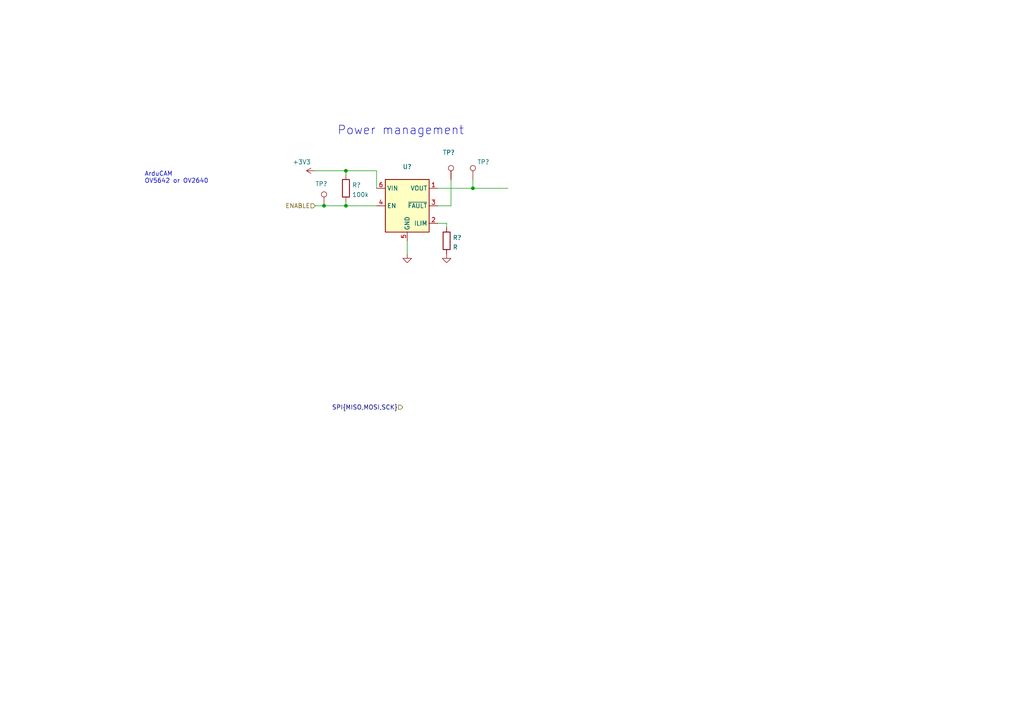
<source format=kicad_sch>
(kicad_sch (version 20211123) (generator eeschema)
  (paper "A4")
  (lib_symbols
    (symbol "Connector:TestPoint" (pin_numbers hide) (pin_names (offset 0.762) hide)
      (property "Reference" "TP" (at 0 6.858 0))
      (property "Value" "TestPoint" (at 0 5.08 0))
      (symbol "TestPoint_0_1"
        (circle (center 0 3.302) (radius 0.762))
      )
      (symbol "TestPoint_1_1"
        (pin passive line (at 0 0 90) (length 2.54) (name "1") (number "1"))
      )
    )
    (symbol "Device:R" (pin_numbers hide) (pin_names (offset 0))
      (property "Reference" "R" (at 2.032 0 90))
      (property "Value" "R" (at 0 0 90))
      (symbol "R_0_1"
        (rectangle (start -1.016 -2.54) (end 1.016 2.54) (stroke (width 0.254)))
      )
      (symbol "R_1_1"
        (pin passive line (at 0 3.81 270) (length 1.27) (name "~") (number "1"))
        (pin passive line (at 0 -3.81 90) (length 1.27) (name "~") (number "2"))
      )
    )
    (symbol "TCY_power_management:AP22653"
      (property "Reference" "U" (at 8.89 7.62 0))
      (property "Value" "AP22653" (at 0 7.62 0))
      (symbol "AP22653_0_1"
        (rectangle (start -6.35 5.08) (end 6.35 -10.16) (stroke (width 0.254)) (fill (type background)))
      )
      (symbol "AP22653_1_1"
        (pin power_out line (at 8.89 2.54 180) (length 2.54) (name "VOUT") (number "1"))
        (pin passive line (at 8.89 -7.62 180) (length 2.54) (name "ILIM") (number "2"))
        (pin output line (at 8.89 -2.54 180) (length 2.54) (name "~{FAULT}") (number "3"))
        (pin input line (at -8.89 -2.54 0) (length 2.54) (name "EN") (number "4"))
        (pin passive line (at 0 -12.7 90) (length 2.54) (name "GND") (number "5"))
        (pin power_in line (at -8.89 2.54 0) (length 2.54) (name "VIN") (number "6"))
        (pin passive line (at 0 -12.7 90) (length 2.54) hide (name "E_PAD") (number "7"))
      )
    )
    (symbol "power:+3V3" (power) (pin_names (offset 0))
      (property "Value" "+3V3" (at 0 3.556 0))
      (symbol "+3V3_0_1"
        (polyline (pts (xy -0.762 1.27) (xy 0 2.54)))
        (polyline (pts (xy 0 0) (xy 0 2.54)))
        (polyline (pts (xy 0 2.54) (xy 0.762 1.27)))
      )
      (symbol "+3V3_1_1"
        (pin power_in line (at 0 0 90) (length 0) hide (name "+3V3") (number "1"))
      )
    )
    (symbol "power:GND" (power) (pin_names (offset 0))
      (property "Value" "GND" (at 0 -3.81 0))
      (symbol "GND_0_1"
        (polyline (pts (xy 0 0) (xy 0 -1.27) (xy 1.27 -1.27) (xy 0 -2.54) (xy -1.27 -1.27) (xy 0 -1.27)))
      )
      (symbol "GND_1_1"
        (pin power_in line (at 0 0 270) (length 0) hide (name "GND") (number "1"))
      )
    )
  )
  (junction (at 93.98 59.69))
  (junction (at 100.33 49.53))
  (junction (at 100.33 59.69))
  (junction (at 137.16 54.61) (diameter 0.9144))
  (wire (pts (xy 100.33 49.53) (xy 100.33 50.8)))
  (wire (pts (xy 127 59.69) (xy 130.81 59.69)))
  (wire (pts (xy 109.22 49.53) (xy 109.22 54.61)))
  (wire (pts (xy 100.33 49.53) (xy 109.22 49.53)))
  (wire (pts (xy 127 54.61) (xy 137.16 54.61)))
  (wire (pts (xy 118.11 69.85) (xy 118.11 73.66)))
  (wire (pts (xy 137.16 54.61) (xy 147.32 54.61)))
  (wire (pts (xy 93.98 59.69) (xy 100.33 59.69)))
  (wire (pts (xy 100.33 59.69) (xy 109.22 59.69)))
  (wire (pts (xy 130.81 52.07) (xy 130.81 59.69)))
  (wire (pts (xy 129.54 64.77) (xy 129.54 66.04)))
  (wire (pts (xy 127 64.77) (xy 129.54 64.77)))
  (wire (pts (xy 100.33 58.42) (xy 100.33 59.69)))
  (wire (pts (xy 137.16 52.07) (xy 137.16 54.61)))
  (wire (pts (xy 91.44 59.69) (xy 93.98 59.69)))
  (wire (pts (xy 91.44 49.53) (xy 100.33 49.53)))
  (text "ArduCAM\nOV5642 or OV2640" (at 41.91 53.34 0) (effects (font (size 1.27 1.27)) (justify left bottom)))
  (text "Power management" (at 97.79 39.37 0) (effects (font (size 2.5 2.5)) (justify left bottom)))
  (hierarchical_label "ENABLE" (shape input) (at 91.44 59.69 180))
  (hierarchical_label "SPI{MISO,MOSI,SCK}" (shape input) (at 116.84 118.11 180))
  (symbol (lib_id "power:GND") (at 118.11 73.66 0) (unit 1)
    (property "Reference" "#PWR?" (effects hide))
    (property "Value" "GND" (effects hide))
  )
  (symbol (lib_id "Connector:TestPoint") (at 93.98 59.69 0) (unit 1)
    (property "Reference" "TP?" (at 91.44 53.34 0) (effects (justify left)))
    (property "Footprint" "TCY_connectors:TestPoint_Pad_D0.5mm" (effects hide))
  )
  (symbol (lib_id "Device:R") (at 129.54 69.85 0) (unit 1)
    (property "Reference" "R?" (at 131.3181 68.9415 0) (effects (justify left)))
    (property "Value" "R" (at 131.3181 71.7166 0) (effects (justify left)))
    (property "Footprint" "TCY_passives:R_0603_1608Metric" (effects hide))
  )
  (symbol (lib_id "Device:R") (at 100.33 54.61 0) (unit 1)
    (property "Reference" "R?" (at 102.1081 53.7015 0) (effects (justify left)))
    (property "Value" "100k" (at 102.1081 56.4766 0) (effects (justify left)))
    (property "Footprint" "TCY_passives:R_0603_1608Metric" (effects hide))
  )
  (symbol (lib_id "power:+3V3") (at 91.44 49.53 90) (unit 1)
    (property "Reference" "#PWR?" (effects hide))
  )
  (symbol (lib_id "Connector:TestPoint") (at 130.81 52.07 0) (unit 1)
    (property "Reference" "TP?" (at 128.3971 44.24 0) (effects (justify left)))
    (property "Footprint" "TCY_connectors:TestPoint_Pad_D0.5mm" (effects hide))
  )
  (symbol (lib_id "Connector:TestPoint") (at 137.16 52.07 0) (unit 1)
    (property "Reference" "TP?" (at 138.43 46.99 0) (effects (justify left)))
    (property "Footprint" "TCY_connectors:TestPoint_Pad_D0.5mm" (effects hide))
  )
  (symbol (lib_id "power:GND") (at 129.54 73.66 0) (unit 1)
    (property "Reference" "#PWR?" (effects hide))
    (property "Value" "GND" (effects hide))
  )
  (symbol (lib_id "TCY_power_management:AP22653") (at 118.11 57.15 0) (unit 1)
    (property "Reference" "U?" (at 118.11 48.3702 0))
    (property "Footprint" "Package_DFN_QFN:DFN-6-1EP_2x2mm_P0.65mm_EP1x1.6mm" (effects hide))
    (property "Datasheet" "https://www.diodes.com/assets/Datasheets/AP22652_53_52A_53A.pdf" (effects hide))
  )
)
</source>
